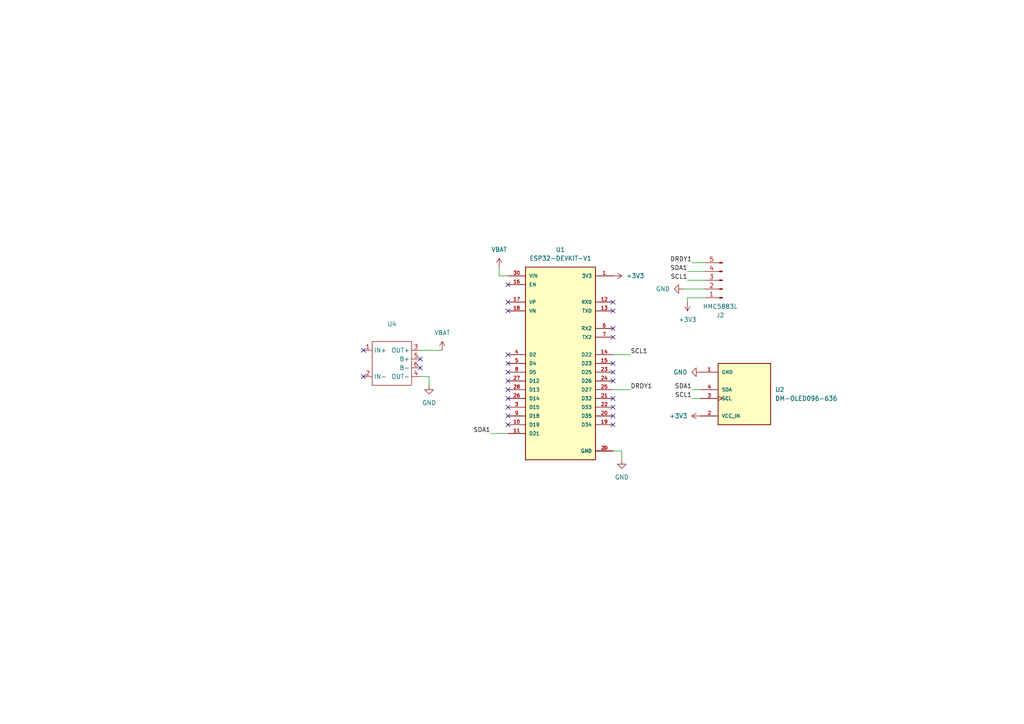
<source format=kicad_sch>
(kicad_sch
	(version 20250114)
	(generator "eeschema")
	(generator_version "9.0")
	(uuid "58071066-7e34-4231-91e0-fed5eefe7fd9")
	(paper "A4")
	(lib_symbols
		(symbol "Connector:Conn_01x05_Pin"
			(pin_names
				(offset 1.016)
				(hide yes)
			)
			(exclude_from_sim no)
			(in_bom yes)
			(on_board yes)
			(property "Reference" "J"
				(at 0 7.62 0)
				(effects
					(font
						(size 1.27 1.27)
					)
				)
			)
			(property "Value" "Conn_01x05_Pin"
				(at 0 -7.62 0)
				(effects
					(font
						(size 1.27 1.27)
					)
				)
			)
			(property "Footprint" ""
				(at 0 0 0)
				(effects
					(font
						(size 1.27 1.27)
					)
					(hide yes)
				)
			)
			(property "Datasheet" "~"
				(at 0 0 0)
				(effects
					(font
						(size 1.27 1.27)
					)
					(hide yes)
				)
			)
			(property "Description" "Generic connector, single row, 01x05, script generated"
				(at 0 0 0)
				(effects
					(font
						(size 1.27 1.27)
					)
					(hide yes)
				)
			)
			(property "ki_locked" ""
				(at 0 0 0)
				(effects
					(font
						(size 1.27 1.27)
					)
				)
			)
			(property "ki_keywords" "connector"
				(at 0 0 0)
				(effects
					(font
						(size 1.27 1.27)
					)
					(hide yes)
				)
			)
			(property "ki_fp_filters" "Connector*:*_1x??_*"
				(at 0 0 0)
				(effects
					(font
						(size 1.27 1.27)
					)
					(hide yes)
				)
			)
			(symbol "Conn_01x05_Pin_1_1"
				(rectangle
					(start 0.8636 5.207)
					(end 0 4.953)
					(stroke
						(width 0.1524)
						(type default)
					)
					(fill
						(type outline)
					)
				)
				(rectangle
					(start 0.8636 2.667)
					(end 0 2.413)
					(stroke
						(width 0.1524)
						(type default)
					)
					(fill
						(type outline)
					)
				)
				(rectangle
					(start 0.8636 0.127)
					(end 0 -0.127)
					(stroke
						(width 0.1524)
						(type default)
					)
					(fill
						(type outline)
					)
				)
				(rectangle
					(start 0.8636 -2.413)
					(end 0 -2.667)
					(stroke
						(width 0.1524)
						(type default)
					)
					(fill
						(type outline)
					)
				)
				(rectangle
					(start 0.8636 -4.953)
					(end 0 -5.207)
					(stroke
						(width 0.1524)
						(type default)
					)
					(fill
						(type outline)
					)
				)
				(polyline
					(pts
						(xy 1.27 5.08) (xy 0.8636 5.08)
					)
					(stroke
						(width 0.1524)
						(type default)
					)
					(fill
						(type none)
					)
				)
				(polyline
					(pts
						(xy 1.27 2.54) (xy 0.8636 2.54)
					)
					(stroke
						(width 0.1524)
						(type default)
					)
					(fill
						(type none)
					)
				)
				(polyline
					(pts
						(xy 1.27 0) (xy 0.8636 0)
					)
					(stroke
						(width 0.1524)
						(type default)
					)
					(fill
						(type none)
					)
				)
				(polyline
					(pts
						(xy 1.27 -2.54) (xy 0.8636 -2.54)
					)
					(stroke
						(width 0.1524)
						(type default)
					)
					(fill
						(type none)
					)
				)
				(polyline
					(pts
						(xy 1.27 -5.08) (xy 0.8636 -5.08)
					)
					(stroke
						(width 0.1524)
						(type default)
					)
					(fill
						(type none)
					)
				)
				(pin passive line
					(at 5.08 5.08 180)
					(length 3.81)
					(name "Pin_1"
						(effects
							(font
								(size 1.27 1.27)
							)
						)
					)
					(number "1"
						(effects
							(font
								(size 1.27 1.27)
							)
						)
					)
				)
				(pin passive line
					(at 5.08 2.54 180)
					(length 3.81)
					(name "Pin_2"
						(effects
							(font
								(size 1.27 1.27)
							)
						)
					)
					(number "2"
						(effects
							(font
								(size 1.27 1.27)
							)
						)
					)
				)
				(pin passive line
					(at 5.08 0 180)
					(length 3.81)
					(name "Pin_3"
						(effects
							(font
								(size 1.27 1.27)
							)
						)
					)
					(number "3"
						(effects
							(font
								(size 1.27 1.27)
							)
						)
					)
				)
				(pin passive line
					(at 5.08 -2.54 180)
					(length 3.81)
					(name "Pin_4"
						(effects
							(font
								(size 1.27 1.27)
							)
						)
					)
					(number "4"
						(effects
							(font
								(size 1.27 1.27)
							)
						)
					)
				)
				(pin passive line
					(at 5.08 -5.08 180)
					(length 3.81)
					(name "Pin_5"
						(effects
							(font
								(size 1.27 1.27)
							)
						)
					)
					(number "5"
						(effects
							(font
								(size 1.27 1.27)
							)
						)
					)
				)
			)
			(embedded_fonts no)
		)
		(symbol "OLED 128*64:DM-OLED096-636"
			(pin_names
				(offset 1.016)
			)
			(exclude_from_sim no)
			(in_bom yes)
			(on_board yes)
			(property "Reference" "U"
				(at -7.62 10.922 0)
				(effects
					(font
						(size 1.27 1.27)
					)
					(justify left bottom)
				)
			)
			(property "Value" "DM-OLED096-636"
				(at -7.62 -10.16 0)
				(effects
					(font
						(size 1.27 1.27)
					)
					(justify left bottom)
				)
			)
			(property "Footprint" "DM-OLED096-636:MODULE_DM-OLED096-636"
				(at 0 0 0)
				(effects
					(font
						(size 1.27 1.27)
					)
					(justify bottom)
					(hide yes)
				)
			)
			(property "Datasheet" ""
				(at 0 0 0)
				(effects
					(font
						(size 1.27 1.27)
					)
					(hide yes)
				)
			)
			(property "Description" ""
				(at 0 0 0)
				(effects
					(font
						(size 1.27 1.27)
					)
					(hide yes)
				)
			)
			(property "MF" "Display Module"
				(at 0 0 0)
				(effects
					(font
						(size 1.27 1.27)
					)
					(justify bottom)
					(hide yes)
				)
			)
			(property "MAXIMUM_PACKAGE_HEIGHT" "11.3 mm"
				(at 0 0 0)
				(effects
					(font
						(size 1.27 1.27)
					)
					(justify bottom)
					(hide yes)
				)
			)
			(property "Package" "Package"
				(at 0 0 0)
				(effects
					(font
						(size 1.27 1.27)
					)
					(justify bottom)
					(hide yes)
				)
			)
			(property "Price" "None"
				(at 0 0 0)
				(effects
					(font
						(size 1.27 1.27)
					)
					(justify bottom)
					(hide yes)
				)
			)
			(property "Check_prices" "https://www.snapeda.com/parts/DM-OLED096-636/Display+Module/view-part/?ref=eda"
				(at 0 0 0)
				(effects
					(font
						(size 1.27 1.27)
					)
					(justify bottom)
					(hide yes)
				)
			)
			(property "STANDARD" "Manufacturer Recommendations"
				(at 0 0 0)
				(effects
					(font
						(size 1.27 1.27)
					)
					(justify bottom)
					(hide yes)
				)
			)
			(property "PARTREV" "2018-09-10"
				(at 0 0 0)
				(effects
					(font
						(size 1.27 1.27)
					)
					(justify bottom)
					(hide yes)
				)
			)
			(property "SnapEDA_Link" "https://www.snapeda.com/parts/DM-OLED096-636/Display+Module/view-part/?ref=snap"
				(at 0 0 0)
				(effects
					(font
						(size 1.27 1.27)
					)
					(justify bottom)
					(hide yes)
				)
			)
			(property "MP" "DM-OLED096-636"
				(at 0 0 0)
				(effects
					(font
						(size 1.27 1.27)
					)
					(justify bottom)
					(hide yes)
				)
			)
			(property "Description_1" "0.96” 128 X 64 MONOCHROME GRAPHIC OLED DISPLAY MODULE - I2C"
				(at 0 0 0)
				(effects
					(font
						(size 1.27 1.27)
					)
					(justify bottom)
					(hide yes)
				)
			)
			(property "Availability" "Not in stock"
				(at 0 0 0)
				(effects
					(font
						(size 1.27 1.27)
					)
					(justify bottom)
					(hide yes)
				)
			)
			(property "MANUFACTURER" "Displaymodule"
				(at 0 0 0)
				(effects
					(font
						(size 1.27 1.27)
					)
					(justify bottom)
					(hide yes)
				)
			)
			(symbol "DM-OLED096-636_0_0"
				(rectangle
					(start -7.62 -7.62)
					(end 7.62 10.16)
					(stroke
						(width 0.254)
						(type default)
					)
					(fill
						(type background)
					)
				)
				(pin power_in line
					(at 12.7 7.62 180)
					(length 5.08)
					(name "VCC_IN"
						(effects
							(font
								(size 1.016 1.016)
							)
						)
					)
					(number "2"
						(effects
							(font
								(size 1.016 1.016)
							)
						)
					)
				)
				(pin input clock
					(at 12.7 2.54 180)
					(length 5.08)
					(name "SCL"
						(effects
							(font
								(size 1.016 1.016)
							)
						)
					)
					(number "3"
						(effects
							(font
								(size 1.016 1.016)
							)
						)
					)
				)
				(pin bidirectional line
					(at 12.7 0 180)
					(length 5.08)
					(name "SDA"
						(effects
							(font
								(size 1.016 1.016)
							)
						)
					)
					(number "4"
						(effects
							(font
								(size 1.016 1.016)
							)
						)
					)
				)
				(pin power_in line
					(at 12.7 -5.08 180)
					(length 5.08)
					(name "GND"
						(effects
							(font
								(size 1.016 1.016)
							)
						)
					)
					(number "1"
						(effects
							(font
								(size 1.016 1.016)
							)
						)
					)
				)
			)
			(embedded_fonts no)
		)
		(symbol "TP4056:TP4056"
			(exclude_from_sim no)
			(in_bom yes)
			(on_board yes)
			(property "Reference" "U"
				(at 0 0 0)
				(effects
					(font
						(size 1.27 1.27)
					)
				)
			)
			(property "Value" "TP4056 Li-Ion Charger"
				(at 0 0 0)
				(effects
					(font
						(size 1.27 1.27)
					)
				)
			)
			(property "Footprint" "TP4056:TP4056-Module"
				(at 0 0 0)
				(effects
					(font
						(size 1.27 1.27)
					)
					(hide yes)
				)
			)
			(property "Datasheet" ""
				(at 0 0 0)
				(effects
					(font
						(size 1.27 1.27)
					)
					(hide yes)
				)
			)
			(property "Description" ""
				(at 0 0 0)
				(effects
					(font
						(size 1.27 1.27)
					)
					(hide yes)
				)
			)
			(property "ki_keywords" "TP4056, Li-Ion, Battery, Charger"
				(at 0 0 0)
				(effects
					(font
						(size 1.27 1.27)
					)
					(hide yes)
				)
			)
			(symbol "TP4056_0_1"
				(rectangle
					(start 0 0)
					(end 11.43 -12.7)
					(stroke
						(width 0)
						(type default)
					)
					(fill
						(type none)
					)
				)
			)
			(symbol "TP4056_1_1"
				(pin input line
					(at -2.54 -2.54 0)
					(length 2.54)
					(name "IN+"
						(effects
							(font
								(size 1.27 1.27)
							)
						)
					)
					(number "1"
						(effects
							(font
								(size 1.27 1.27)
							)
						)
					)
				)
				(pin input line
					(at -2.54 -10.16 0)
					(length 2.54)
					(name "IN-"
						(effects
							(font
								(size 1.27 1.27)
							)
						)
					)
					(number "2"
						(effects
							(font
								(size 1.27 1.27)
							)
						)
					)
				)
				(pin power_out line
					(at 13.97 -2.54 180)
					(length 2.54)
					(name "OUT+"
						(effects
							(font
								(size 1.27 1.27)
							)
						)
					)
					(number "3"
						(effects
							(font
								(size 1.27 1.27)
							)
						)
					)
				)
				(pin bidirectional line
					(at 13.97 -5.08 180)
					(length 2.54)
					(name "B+"
						(effects
							(font
								(size 1.27 1.27)
							)
						)
					)
					(number "5"
						(effects
							(font
								(size 1.27 1.27)
							)
						)
					)
				)
				(pin bidirectional line
					(at 13.97 -7.62 180)
					(length 2.54)
					(name "B-"
						(effects
							(font
								(size 1.27 1.27)
							)
						)
					)
					(number "6"
						(effects
							(font
								(size 1.27 1.27)
							)
						)
					)
				)
				(pin power_out line
					(at 13.97 -10.16 180)
					(length 2.54)
					(name "OUT-"
						(effects
							(font
								(size 1.27 1.27)
							)
						)
					)
					(number "4"
						(effects
							(font
								(size 1.27 1.27)
							)
						)
					)
				)
			)
			(embedded_fonts no)
		)
		(symbol "esp32 devkit v1:ESP32-DEVKIT-V1"
			(pin_names
				(offset 1.016)
			)
			(exclude_from_sim no)
			(in_bom yes)
			(on_board yes)
			(property "Reference" "U"
				(at -10.16 30.48 0)
				(effects
					(font
						(size 1.27 1.27)
					)
					(justify left top)
				)
			)
			(property "Value" "ESP32-DEVKIT-V1"
				(at -10.16 -30.48 0)
				(effects
					(font
						(size 1.27 1.27)
					)
					(justify left bottom)
				)
			)
			(property "Footprint" "ESP32-DEVKIT-V1:MODULE_ESP32_DEVKIT_V1"
				(at 0 0 0)
				(effects
					(font
						(size 1.27 1.27)
					)
					(justify bottom)
					(hide yes)
				)
			)
			(property "Datasheet" ""
				(at 0 0 0)
				(effects
					(font
						(size 1.27 1.27)
					)
					(hide yes)
				)
			)
			(property "Description" ""
				(at 0 0 0)
				(effects
					(font
						(size 1.27 1.27)
					)
					(hide yes)
				)
			)
			(property "MF" "Do it"
				(at 0 0 0)
				(effects
					(font
						(size 1.27 1.27)
					)
					(justify bottom)
					(hide yes)
				)
			)
			(property "MAXIMUM_PACKAGE_HEIGHT" "6.8 mm"
				(at 0 0 0)
				(effects
					(font
						(size 1.27 1.27)
					)
					(justify bottom)
					(hide yes)
				)
			)
			(property "Package" "None"
				(at 0 0 0)
				(effects
					(font
						(size 1.27 1.27)
					)
					(justify bottom)
					(hide yes)
				)
			)
			(property "Price" "None"
				(at 0 0 0)
				(effects
					(font
						(size 1.27 1.27)
					)
					(justify bottom)
					(hide yes)
				)
			)
			(property "Check_prices" "https://www.snapeda.com/parts/ESP32-DEVKIT-V1/Do+it/view-part/?ref=eda"
				(at 0 0 0)
				(effects
					(font
						(size 1.27 1.27)
					)
					(justify bottom)
					(hide yes)
				)
			)
			(property "STANDARD" "Manufacturer Recommendations"
				(at 0 0 0)
				(effects
					(font
						(size 1.27 1.27)
					)
					(justify bottom)
					(hide yes)
				)
			)
			(property "PARTREV" "N/A"
				(at 0 0 0)
				(effects
					(font
						(size 1.27 1.27)
					)
					(justify bottom)
					(hide yes)
				)
			)
			(property "SnapEDA_Link" "https://www.snapeda.com/parts/ESP32-DEVKIT-V1/Do+it/view-part/?ref=snap"
				(at 0 0 0)
				(effects
					(font
						(size 1.27 1.27)
					)
					(justify bottom)
					(hide yes)
				)
			)
			(property "MP" "ESP32-DEVKIT-V1"
				(at 0 0 0)
				(effects
					(font
						(size 1.27 1.27)
					)
					(justify bottom)
					(hide yes)
				)
			)
			(property "Description_1" "Dual core, Wi-Fi: 2.4 GHz up to 150 Mbits/s,BLE (Bluetooth Low Energy) and legacy Bluetooth, 32 bits, Up to 240 MHz"
				(at 0 0 0)
				(effects
					(font
						(size 1.27 1.27)
					)
					(justify bottom)
					(hide yes)
				)
			)
			(property "Availability" "Not in stock"
				(at 0 0 0)
				(effects
					(font
						(size 1.27 1.27)
					)
					(justify bottom)
					(hide yes)
				)
			)
			(property "MANUFACTURER" "DOIT"
				(at 0 0 0)
				(effects
					(font
						(size 1.27 1.27)
					)
					(justify bottom)
					(hide yes)
				)
			)
			(symbol "ESP32-DEVKIT-V1_0_0"
				(rectangle
					(start -10.16 -27.94)
					(end 10.16 27.94)
					(stroke
						(width 0.254)
						(type default)
					)
					(fill
						(type background)
					)
				)
				(pin input line
					(at -15.24 25.4 0)
					(length 5.08)
					(name "VIN"
						(effects
							(font
								(size 1.016 1.016)
							)
						)
					)
					(number "30"
						(effects
							(font
								(size 1.016 1.016)
							)
						)
					)
				)
				(pin input line
					(at -15.24 22.86 0)
					(length 5.08)
					(name "EN"
						(effects
							(font
								(size 1.016 1.016)
							)
						)
					)
					(number "16"
						(effects
							(font
								(size 1.016 1.016)
							)
						)
					)
				)
				(pin bidirectional line
					(at -15.24 17.78 0)
					(length 5.08)
					(name "VP"
						(effects
							(font
								(size 1.016 1.016)
							)
						)
					)
					(number "17"
						(effects
							(font
								(size 1.016 1.016)
							)
						)
					)
				)
				(pin bidirectional line
					(at -15.24 15.24 0)
					(length 5.08)
					(name "VN"
						(effects
							(font
								(size 1.016 1.016)
							)
						)
					)
					(number "18"
						(effects
							(font
								(size 1.016 1.016)
							)
						)
					)
				)
				(pin bidirectional line
					(at -15.24 2.54 0)
					(length 5.08)
					(name "D2"
						(effects
							(font
								(size 1.016 1.016)
							)
						)
					)
					(number "4"
						(effects
							(font
								(size 1.016 1.016)
							)
						)
					)
				)
				(pin bidirectional line
					(at -15.24 0 0)
					(length 5.08)
					(name "D4"
						(effects
							(font
								(size 1.016 1.016)
							)
						)
					)
					(number "5"
						(effects
							(font
								(size 1.016 1.016)
							)
						)
					)
				)
				(pin bidirectional line
					(at -15.24 -2.54 0)
					(length 5.08)
					(name "D5"
						(effects
							(font
								(size 1.016 1.016)
							)
						)
					)
					(number "8"
						(effects
							(font
								(size 1.016 1.016)
							)
						)
					)
				)
				(pin bidirectional line
					(at -15.24 -5.08 0)
					(length 5.08)
					(name "D12"
						(effects
							(font
								(size 1.016 1.016)
							)
						)
					)
					(number "27"
						(effects
							(font
								(size 1.016 1.016)
							)
						)
					)
				)
				(pin bidirectional line
					(at -15.24 -7.62 0)
					(length 5.08)
					(name "D13"
						(effects
							(font
								(size 1.016 1.016)
							)
						)
					)
					(number "28"
						(effects
							(font
								(size 1.016 1.016)
							)
						)
					)
				)
				(pin bidirectional line
					(at -15.24 -10.16 0)
					(length 5.08)
					(name "D14"
						(effects
							(font
								(size 1.016 1.016)
							)
						)
					)
					(number "26"
						(effects
							(font
								(size 1.016 1.016)
							)
						)
					)
				)
				(pin bidirectional line
					(at -15.24 -12.7 0)
					(length 5.08)
					(name "D15"
						(effects
							(font
								(size 1.016 1.016)
							)
						)
					)
					(number "3"
						(effects
							(font
								(size 1.016 1.016)
							)
						)
					)
				)
				(pin bidirectional line
					(at -15.24 -15.24 0)
					(length 5.08)
					(name "D18"
						(effects
							(font
								(size 1.016 1.016)
							)
						)
					)
					(number "9"
						(effects
							(font
								(size 1.016 1.016)
							)
						)
					)
				)
				(pin bidirectional line
					(at -15.24 -17.78 0)
					(length 5.08)
					(name "D19"
						(effects
							(font
								(size 1.016 1.016)
							)
						)
					)
					(number "10"
						(effects
							(font
								(size 1.016 1.016)
							)
						)
					)
				)
				(pin bidirectional line
					(at -15.24 -20.32 0)
					(length 5.08)
					(name "D21"
						(effects
							(font
								(size 1.016 1.016)
							)
						)
					)
					(number "11"
						(effects
							(font
								(size 1.016 1.016)
							)
						)
					)
				)
				(pin input line
					(at 15.24 17.78 180)
					(length 5.08)
					(name "RX0"
						(effects
							(font
								(size 1.016 1.016)
							)
						)
					)
					(number "12"
						(effects
							(font
								(size 1.016 1.016)
							)
						)
					)
				)
				(pin output line
					(at 15.24 15.24 180)
					(length 5.08)
					(name "TX0"
						(effects
							(font
								(size 1.016 1.016)
							)
						)
					)
					(number "13"
						(effects
							(font
								(size 1.016 1.016)
							)
						)
					)
				)
				(pin input line
					(at 15.24 10.16 180)
					(length 5.08)
					(name "RX2"
						(effects
							(font
								(size 1.016 1.016)
							)
						)
					)
					(number "6"
						(effects
							(font
								(size 1.016 1.016)
							)
						)
					)
				)
				(pin output line
					(at 15.24 7.62 180)
					(length 5.08)
					(name "TX2"
						(effects
							(font
								(size 1.016 1.016)
							)
						)
					)
					(number "7"
						(effects
							(font
								(size 1.016 1.016)
							)
						)
					)
				)
				(pin bidirectional line
					(at 15.24 2.54 180)
					(length 5.08)
					(name "D22"
						(effects
							(font
								(size 1.016 1.016)
							)
						)
					)
					(number "14"
						(effects
							(font
								(size 1.016 1.016)
							)
						)
					)
				)
				(pin bidirectional line
					(at 15.24 0 180)
					(length 5.08)
					(name "D23"
						(effects
							(font
								(size 1.016 1.016)
							)
						)
					)
					(number "15"
						(effects
							(font
								(size 1.016 1.016)
							)
						)
					)
				)
				(pin bidirectional line
					(at 15.24 -2.54 180)
					(length 5.08)
					(name "D25"
						(effects
							(font
								(size 1.016 1.016)
							)
						)
					)
					(number "23"
						(effects
							(font
								(size 1.016 1.016)
							)
						)
					)
				)
				(pin bidirectional line
					(at 15.24 -5.08 180)
					(length 5.08)
					(name "D26"
						(effects
							(font
								(size 1.016 1.016)
							)
						)
					)
					(number "24"
						(effects
							(font
								(size 1.016 1.016)
							)
						)
					)
				)
				(pin bidirectional line
					(at 15.24 -7.62 180)
					(length 5.08)
					(name "D27"
						(effects
							(font
								(size 1.016 1.016)
							)
						)
					)
					(number "25"
						(effects
							(font
								(size 1.016 1.016)
							)
						)
					)
				)
				(pin bidirectional line
					(at 15.24 -10.16 180)
					(length 5.08)
					(name "D32"
						(effects
							(font
								(size 1.016 1.016)
							)
						)
					)
					(number "21"
						(effects
							(font
								(size 1.016 1.016)
							)
						)
					)
				)
				(pin bidirectional line
					(at 15.24 -12.7 180)
					(length 5.08)
					(name "D33"
						(effects
							(font
								(size 1.016 1.016)
							)
						)
					)
					(number "22"
						(effects
							(font
								(size 1.016 1.016)
							)
						)
					)
				)
				(pin bidirectional line
					(at 15.24 -15.24 180)
					(length 5.08)
					(name "D35"
						(effects
							(font
								(size 1.016 1.016)
							)
						)
					)
					(number "20"
						(effects
							(font
								(size 1.016 1.016)
							)
						)
					)
				)
				(pin bidirectional line
					(at 15.24 -17.78 180)
					(length 5.08)
					(name "D34"
						(effects
							(font
								(size 1.016 1.016)
							)
						)
					)
					(number "19"
						(effects
							(font
								(size 1.016 1.016)
							)
						)
					)
				)
				(pin power_in line
					(at 15.24 -25.4 180)
					(length 5.08)
					(name "GND"
						(effects
							(font
								(size 1.016 1.016)
							)
						)
					)
					(number "2"
						(effects
							(font
								(size 1.016 1.016)
							)
						)
					)
				)
				(pin power_in line
					(at 15.24 -25.4 180)
					(length 5.08)
					(name "GND"
						(effects
							(font
								(size 1.016 1.016)
							)
						)
					)
					(number "29"
						(effects
							(font
								(size 1.016 1.016)
							)
						)
					)
				)
			)
			(symbol "ESP32-DEVKIT-V1_1_0"
				(pin power_out line
					(at 15.24 25.4 180)
					(length 5.08)
					(name "3V3"
						(effects
							(font
								(size 1.016 1.016)
							)
						)
					)
					(number "1"
						(effects
							(font
								(size 1.016 1.016)
							)
						)
					)
				)
			)
			(embedded_fonts no)
		)
		(symbol "power:+3V3"
			(power)
			(pin_numbers
				(hide yes)
			)
			(pin_names
				(offset 0)
				(hide yes)
			)
			(exclude_from_sim no)
			(in_bom yes)
			(on_board yes)
			(property "Reference" "#PWR"
				(at 0 -3.81 0)
				(effects
					(font
						(size 1.27 1.27)
					)
					(hide yes)
				)
			)
			(property "Value" "+3V3"
				(at 0 3.556 0)
				(effects
					(font
						(size 1.27 1.27)
					)
				)
			)
			(property "Footprint" ""
				(at 0 0 0)
				(effects
					(font
						(size 1.27 1.27)
					)
					(hide yes)
				)
			)
			(property "Datasheet" ""
				(at 0 0 0)
				(effects
					(font
						(size 1.27 1.27)
					)
					(hide yes)
				)
			)
			(property "Description" "Power symbol creates a global label with name \"+3V3\""
				(at 0 0 0)
				(effects
					(font
						(size 1.27 1.27)
					)
					(hide yes)
				)
			)
			(property "ki_keywords" "global power"
				(at 0 0 0)
				(effects
					(font
						(size 1.27 1.27)
					)
					(hide yes)
				)
			)
			(symbol "+3V3_0_1"
				(polyline
					(pts
						(xy -0.762 1.27) (xy 0 2.54)
					)
					(stroke
						(width 0)
						(type default)
					)
					(fill
						(type none)
					)
				)
				(polyline
					(pts
						(xy 0 2.54) (xy 0.762 1.27)
					)
					(stroke
						(width 0)
						(type default)
					)
					(fill
						(type none)
					)
				)
				(polyline
					(pts
						(xy 0 0) (xy 0 2.54)
					)
					(stroke
						(width 0)
						(type default)
					)
					(fill
						(type none)
					)
				)
			)
			(symbol "+3V3_1_1"
				(pin power_in line
					(at 0 0 90)
					(length 0)
					(name "~"
						(effects
							(font
								(size 1.27 1.27)
							)
						)
					)
					(number "1"
						(effects
							(font
								(size 1.27 1.27)
							)
						)
					)
				)
			)
			(embedded_fonts no)
		)
		(symbol "power:+4V"
			(power)
			(pin_numbers
				(hide yes)
			)
			(pin_names
				(offset 0)
				(hide yes)
			)
			(exclude_from_sim no)
			(in_bom yes)
			(on_board yes)
			(property "Reference" "#PWR"
				(at 0 -3.81 0)
				(effects
					(font
						(size 1.27 1.27)
					)
					(hide yes)
				)
			)
			(property "Value" "+4V"
				(at 0 3.556 0)
				(effects
					(font
						(size 1.27 1.27)
					)
				)
			)
			(property "Footprint" ""
				(at 0 0 0)
				(effects
					(font
						(size 1.27 1.27)
					)
					(hide yes)
				)
			)
			(property "Datasheet" ""
				(at 0 0 0)
				(effects
					(font
						(size 1.27 1.27)
					)
					(hide yes)
				)
			)
			(property "Description" "Power symbol creates a global label with name \"+4V\""
				(at 0 0 0)
				(effects
					(font
						(size 1.27 1.27)
					)
					(hide yes)
				)
			)
			(property "ki_keywords" "global power"
				(at 0 0 0)
				(effects
					(font
						(size 1.27 1.27)
					)
					(hide yes)
				)
			)
			(symbol "+4V_0_1"
				(polyline
					(pts
						(xy -0.762 1.27) (xy 0 2.54)
					)
					(stroke
						(width 0)
						(type default)
					)
					(fill
						(type none)
					)
				)
				(polyline
					(pts
						(xy 0 2.54) (xy 0.762 1.27)
					)
					(stroke
						(width 0)
						(type default)
					)
					(fill
						(type none)
					)
				)
				(polyline
					(pts
						(xy 0 0) (xy 0 2.54)
					)
					(stroke
						(width 0)
						(type default)
					)
					(fill
						(type none)
					)
				)
			)
			(symbol "+4V_1_1"
				(pin power_in line
					(at 0 0 90)
					(length 0)
					(name "~"
						(effects
							(font
								(size 1.27 1.27)
							)
						)
					)
					(number "1"
						(effects
							(font
								(size 1.27 1.27)
							)
						)
					)
				)
			)
			(embedded_fonts no)
		)
		(symbol "power:GND"
			(power)
			(pin_numbers
				(hide yes)
			)
			(pin_names
				(offset 0)
				(hide yes)
			)
			(exclude_from_sim no)
			(in_bom yes)
			(on_board yes)
			(property "Reference" "#PWR"
				(at 0 -6.35 0)
				(effects
					(font
						(size 1.27 1.27)
					)
					(hide yes)
				)
			)
			(property "Value" "GND"
				(at 0 -3.81 0)
				(effects
					(font
						(size 1.27 1.27)
					)
				)
			)
			(property "Footprint" ""
				(at 0 0 0)
				(effects
					(font
						(size 1.27 1.27)
					)
					(hide yes)
				)
			)
			(property "Datasheet" ""
				(at 0 0 0)
				(effects
					(font
						(size 1.27 1.27)
					)
					(hide yes)
				)
			)
			(property "Description" "Power symbol creates a global label with name \"GND\" , ground"
				(at 0 0 0)
				(effects
					(font
						(size 1.27 1.27)
					)
					(hide yes)
				)
			)
			(property "ki_keywords" "global power"
				(at 0 0 0)
				(effects
					(font
						(size 1.27 1.27)
					)
					(hide yes)
				)
			)
			(symbol "GND_0_1"
				(polyline
					(pts
						(xy 0 0) (xy 0 -1.27) (xy 1.27 -1.27) (xy 0 -2.54) (xy -1.27 -1.27) (xy 0 -1.27)
					)
					(stroke
						(width 0)
						(type default)
					)
					(fill
						(type none)
					)
				)
			)
			(symbol "GND_1_1"
				(pin power_in line
					(at 0 0 270)
					(length 0)
					(name "~"
						(effects
							(font
								(size 1.27 1.27)
							)
						)
					)
					(number "1"
						(effects
							(font
								(size 1.27 1.27)
							)
						)
					)
				)
			)
			(embedded_fonts no)
		)
	)
	(no_connect
		(at 147.32 107.95)
		(uuid "06b55234-3a8d-4d4b-a48e-60121d15fa37")
	)
	(no_connect
		(at 177.8 97.79)
		(uuid "0c9d9f3c-e05e-4ef4-8be3-3a32c5e8674d")
	)
	(no_connect
		(at 177.8 105.41)
		(uuid "114b16fe-32d0-4ece-84f0-47b2641b6cc6")
	)
	(no_connect
		(at 147.32 115.57)
		(uuid "231e9d9f-4e2c-49cf-a426-1cc996579b17")
	)
	(no_connect
		(at 177.8 107.95)
		(uuid "2414e919-6d19-4ade-bc1f-0ed9f0b2167e")
	)
	(no_connect
		(at 177.8 123.19)
		(uuid "265a1be1-8e16-4c7f-ba78-bc788c414660")
	)
	(no_connect
		(at 147.32 87.63)
		(uuid "2c090d06-eef5-410f-8c97-9d86969a436e")
	)
	(no_connect
		(at 147.32 90.17)
		(uuid "2f889c1b-f296-466e-821c-02a2a2cba155")
	)
	(no_connect
		(at 177.8 110.49)
		(uuid "32f09f67-b263-48ba-9db9-f68f8814c248")
	)
	(no_connect
		(at 147.32 82.55)
		(uuid "3c78d9e6-1e2b-43c9-a8a2-26111603afb7")
	)
	(no_connect
		(at 121.92 104.14)
		(uuid "4276eba6-4437-4f4c-977f-09e318f41847")
	)
	(no_connect
		(at 177.8 87.63)
		(uuid "549c814f-2830-4fc4-be55-cdb26cef268a")
	)
	(no_connect
		(at 147.32 110.49)
		(uuid "5ab30279-f24d-4d96-97eb-d7f7fb001520")
	)
	(no_connect
		(at 105.41 101.6)
		(uuid "65d068f2-4fbb-48e0-bf28-d0479ac943ca")
	)
	(no_connect
		(at 177.8 95.25)
		(uuid "667c7590-10f4-4e7d-aa60-c9e14a7809a2")
	)
	(no_connect
		(at 147.32 118.11)
		(uuid "74b9b74b-de8f-4bf3-8add-843cb7fe4669")
	)
	(no_connect
		(at 105.41 109.22)
		(uuid "774cd526-1979-4697-a9c0-41d7642502fb")
	)
	(no_connect
		(at 147.32 102.87)
		(uuid "793fb074-ee98-454c-9cad-acd36067a53c")
	)
	(no_connect
		(at 177.8 118.11)
		(uuid "9bd1e47a-afcd-445f-8f33-2c831ad47632")
	)
	(no_connect
		(at 147.32 123.19)
		(uuid "9ee2838d-2ce7-43e1-a0bd-7ff6cd71109b")
	)
	(no_connect
		(at 177.8 120.65)
		(uuid "b4992b4d-5734-4e1a-b117-6918e8b7f2ab")
	)
	(no_connect
		(at 147.32 113.03)
		(uuid "c16553a8-725d-4bf1-a757-34f709c4aa17")
	)
	(no_connect
		(at 147.32 120.65)
		(uuid "c2d40321-14b1-42f9-99b8-7fa108c43142")
	)
	(no_connect
		(at 147.32 105.41)
		(uuid "c3879f2a-43fb-4e32-9162-b060e26eaa7a")
	)
	(no_connect
		(at 177.8 115.57)
		(uuid "cb0f9b0a-b567-4fae-824f-15892f8a7436")
	)
	(no_connect
		(at 121.92 106.68)
		(uuid "d70099c3-571e-44fe-94b0-faf7cbffa7c9")
	)
	(no_connect
		(at 177.8 90.17)
		(uuid "ecb2117c-7404-4470-b20c-ca9728c4cdc6")
	)
	(wire
		(pts
			(xy 144.78 77.47) (xy 144.78 80.01)
		)
		(stroke
			(width 0)
			(type default)
		)
		(uuid "0abe8c0e-89aa-4ab6-b527-1d6581d21944")
	)
	(wire
		(pts
			(xy 121.92 109.22) (xy 124.46 109.22)
		)
		(stroke
			(width 0)
			(type default)
		)
		(uuid "48db9b3b-9a2d-4c61-85f4-8c02a241b1cc")
	)
	(wire
		(pts
			(xy 200.66 115.57) (xy 203.2 115.57)
		)
		(stroke
			(width 0)
			(type default)
		)
		(uuid "4bd3daf6-5301-4de9-bb43-d306dbe44c89")
	)
	(wire
		(pts
			(xy 180.34 133.35) (xy 180.34 130.81)
		)
		(stroke
			(width 0)
			(type default)
		)
		(uuid "64cf256e-d9d3-4aa6-8a19-398fbeaac9c6")
	)
	(wire
		(pts
			(xy 203.2 113.03) (xy 200.66 113.03)
		)
		(stroke
			(width 0)
			(type default)
		)
		(uuid "654007f6-b361-4ecf-8df7-32de9cd72e90")
	)
	(wire
		(pts
			(xy 200.66 76.2) (xy 204.47 76.2)
		)
		(stroke
			(width 0)
			(type default)
		)
		(uuid "6c13873d-70d6-44e4-9aaf-b261a51d1816")
	)
	(wire
		(pts
			(xy 204.47 78.74) (xy 199.39 78.74)
		)
		(stroke
			(width 0)
			(type default)
		)
		(uuid "72a81248-f27d-4f7d-aa13-299eb074a1a1")
	)
	(wire
		(pts
			(xy 199.39 86.36) (xy 204.47 86.36)
		)
		(stroke
			(width 0)
			(type default)
		)
		(uuid "8152c213-94ee-4718-ac4b-831d66471f2c")
	)
	(wire
		(pts
			(xy 142.24 125.73) (xy 147.32 125.73)
		)
		(stroke
			(width 0)
			(type default)
		)
		(uuid "833ed24b-813e-457f-af1c-5b01e4da6a2b")
	)
	(wire
		(pts
			(xy 144.78 80.01) (xy 147.32 80.01)
		)
		(stroke
			(width 0)
			(type default)
		)
		(uuid "9cd5840d-90a5-42a9-8758-4a9d896c04bd")
	)
	(wire
		(pts
			(xy 199.39 87.63) (xy 199.39 86.36)
		)
		(stroke
			(width 0)
			(type default)
		)
		(uuid "c04c68f3-7ccd-4e2c-9f3c-9ec70d0f973d")
	)
	(wire
		(pts
			(xy 124.46 109.22) (xy 124.46 111.76)
		)
		(stroke
			(width 0)
			(type default)
		)
		(uuid "d393a710-fe7c-4be3-9c4a-2df5d3981561")
	)
	(wire
		(pts
			(xy 121.92 101.6) (xy 128.27 101.6)
		)
		(stroke
			(width 0)
			(type default)
		)
		(uuid "d76ac6a2-9b70-41ac-9683-bd2b16b12586")
	)
	(wire
		(pts
			(xy 177.8 113.03) (xy 182.88 113.03)
		)
		(stroke
			(width 0)
			(type default)
		)
		(uuid "da83f211-c9eb-477e-9dee-fc1d6084918e")
	)
	(wire
		(pts
			(xy 204.47 83.82) (xy 198.12 83.82)
		)
		(stroke
			(width 0)
			(type default)
		)
		(uuid "dc32260b-8941-437a-8442-14d830496370")
	)
	(wire
		(pts
			(xy 177.8 102.87) (xy 182.88 102.87)
		)
		(stroke
			(width 0)
			(type default)
		)
		(uuid "df63fa3e-9768-4f20-bf74-a4078f72d844")
	)
	(wire
		(pts
			(xy 177.8 130.81) (xy 180.34 130.81)
		)
		(stroke
			(width 0)
			(type default)
		)
		(uuid "ec16e219-acfc-4ca5-affd-ae059406328d")
	)
	(wire
		(pts
			(xy 204.47 81.28) (xy 199.39 81.28)
		)
		(stroke
			(width 0)
			(type default)
		)
		(uuid "f3ae918a-d5c3-42df-93c7-9a7c057989f6")
	)
	(label "SDA1"
		(at 200.66 113.03 180)
		(effects
			(font
				(size 1.27 1.27)
			)
			(justify right bottom)
		)
		(uuid "0035754b-8379-49fd-b7f6-4effe522ff59")
	)
	(label "DRDY1"
		(at 182.88 113.03 0)
		(effects
			(font
				(size 1.27 1.27)
			)
			(justify left bottom)
		)
		(uuid "0f71eb8d-49eb-47c3-a48a-e318ec297bb8")
	)
	(label "SCL1"
		(at 182.88 102.87 0)
		(effects
			(font
				(size 1.27 1.27)
			)
			(justify left bottom)
		)
		(uuid "36dd2186-f862-420a-8fb8-8134631fd121")
	)
	(label "SCL1"
		(at 200.66 115.57 180)
		(effects
			(font
				(size 1.27 1.27)
			)
			(justify right bottom)
		)
		(uuid "3f99382b-a496-4f96-8ba9-8ca64efbcdad")
	)
	(label "SDA1"
		(at 142.24 125.73 180)
		(effects
			(font
				(size 1.27 1.27)
			)
			(justify right bottom)
		)
		(uuid "75abfc97-c6ed-4424-8e79-85bbc22a0d20")
	)
	(label "SDA1"
		(at 199.39 78.74 180)
		(effects
			(font
				(size 1.27 1.27)
			)
			(justify right bottom)
		)
		(uuid "c2c30603-1965-4389-b465-c9353ec2a068")
	)
	(label "SCL1"
		(at 199.39 81.28 180)
		(effects
			(font
				(size 1.27 1.27)
			)
			(justify right bottom)
		)
		(uuid "d087f1c1-520f-4228-bbb3-f561cbeb6dc3")
	)
	(label "DRDY1"
		(at 200.66 76.2 180)
		(effects
			(font
				(size 1.27 1.27)
			)
			(justify right bottom)
		)
		(uuid "d46835ce-c19a-4ee6-b8b4-dd2f90cf3539")
	)
	(symbol
		(lib_id "OLED 128*64:DM-OLED096-636")
		(at 215.9 113.03 180)
		(unit 1)
		(exclude_from_sim no)
		(in_bom yes)
		(on_board yes)
		(dnp no)
		(fields_autoplaced yes)
		(uuid "0f5e6278-9646-4921-8afe-a09253c65bc7")
		(property "Reference" "U2"
			(at 224.79 113.0299 0)
			(effects
				(font
					(size 1.27 1.27)
				)
				(justify right)
			)
		)
		(property "Value" "DM-OLED096-636"
			(at 224.79 115.5699 0)
			(effects
				(font
					(size 1.27 1.27)
				)
				(justify right)
			)
		)
		(property "Footprint" "OLED 128*64:MODULE_DM-OLED096-636"
			(at 215.9 113.03 0)
			(effects
				(font
					(size 1.27 1.27)
				)
				(justify bottom)
				(hide yes)
			)
		)
		(property "Datasheet" ""
			(at 215.9 113.03 0)
			(effects
				(font
					(size 1.27 1.27)
				)
				(hide yes)
			)
		)
		(property "Description" ""
			(at 215.9 113.03 0)
			(effects
				(font
					(size 1.27 1.27)
				)
				(hide yes)
			)
		)
		(property "MF" "Display Module"
			(at 215.9 113.03 0)
			(effects
				(font
					(size 1.27 1.27)
				)
				(justify bottom)
				(hide yes)
			)
		)
		(property "MAXIMUM_PACKAGE_HEIGHT" "11.3 mm"
			(at 215.9 113.03 0)
			(effects
				(font
					(size 1.27 1.27)
				)
				(justify bottom)
				(hide yes)
			)
		)
		(property "Package" "Package"
			(at 215.9 113.03 0)
			(effects
				(font
					(size 1.27 1.27)
				)
				(justify bottom)
				(hide yes)
			)
		)
		(property "Price" "None"
			(at 215.9 113.03 0)
			(effects
				(font
					(size 1.27 1.27)
				)
				(justify bottom)
				(hide yes)
			)
		)
		(property "Check_prices" "https://www.snapeda.com/parts/DM-OLED096-636/Display+Module/view-part/?ref=eda"
			(at 215.9 113.03 0)
			(effects
				(font
					(size 1.27 1.27)
				)
				(justify bottom)
				(hide yes)
			)
		)
		(property "STANDARD" "Manufacturer Recommendations"
			(at 215.9 113.03 0)
			(effects
				(font
					(size 1.27 1.27)
				)
				(justify bottom)
				(hide yes)
			)
		)
		(property "PARTREV" "2018-09-10"
			(at 215.9 113.03 0)
			(effects
				(font
					(size 1.27 1.27)
				)
				(justify bottom)
				(hide yes)
			)
		)
		(property "SnapEDA_Link" "https://www.snapeda.com/parts/DM-OLED096-636/Display+Module/view-part/?ref=snap"
			(at 215.9 113.03 0)
			(effects
				(font
					(size 1.27 1.27)
				)
				(justify bottom)
				(hide yes)
			)
		)
		(property "MP" "DM-OLED096-636"
			(at 215.9 113.03 0)
			(effects
				(font
					(size 1.27 1.27)
				)
				(justify bottom)
				(hide yes)
			)
		)
		(property "Description_1" "0.96” 128 X 64 MONOCHROME GRAPHIC OLED DISPLAY MODULE - I2C"
			(at 215.9 113.03 0)
			(effects
				(font
					(size 1.27 1.27)
				)
				(justify bottom)
				(hide yes)
			)
		)
		(property "Availability" "Not in stock"
			(at 215.9 113.03 0)
			(effects
				(font
					(size 1.27 1.27)
				)
				(justify bottom)
				(hide yes)
			)
		)
		(property "MANUFACTURER" "Displaymodule"
			(at 215.9 113.03 0)
			(effects
				(font
					(size 1.27 1.27)
				)
				(justify bottom)
				(hide yes)
			)
		)
		(pin "3"
			(uuid "6aed4ef8-7adf-48bc-937c-c8ff5f6ff9bc")
		)
		(pin "4"
			(uuid "7ccb17cf-8bc1-427e-a4d0-8d8073bc91f0")
		)
		(pin "2"
			(uuid "5aaaf447-8b20-4c72-a5fb-cd5ce251bdc2")
		)
		(pin "1"
			(uuid "ddb4962b-a8aa-4e88-9c96-18e02338195c")
		)
		(instances
			(project ""
				(path "/58071066-7e34-4231-91e0-fed5eefe7fd9"
					(reference "U2")
					(unit 1)
				)
			)
		)
	)
	(symbol
		(lib_id "esp32 devkit v1:ESP32-DEVKIT-V1")
		(at 162.56 105.41 0)
		(unit 1)
		(exclude_from_sim no)
		(in_bom yes)
		(on_board yes)
		(dnp no)
		(fields_autoplaced yes)
		(uuid "19cbe1fd-6205-4f36-8415-9d4f12f3a31a")
		(property "Reference" "U1"
			(at 162.56 72.39 0)
			(effects
				(font
					(size 1.27 1.27)
				)
			)
		)
		(property "Value" "ESP32-DEVKIT-V1"
			(at 162.56 74.93 0)
			(effects
				(font
					(size 1.27 1.27)
				)
			)
		)
		(property "Footprint" "esp32 devkit v1:MODULE_ESP32_DEVKIT_V1"
			(at 162.56 105.41 0)
			(effects
				(font
					(size 1.27 1.27)
				)
				(justify bottom)
				(hide yes)
			)
		)
		(property "Datasheet" ""
			(at 162.56 105.41 0)
			(effects
				(font
					(size 1.27 1.27)
				)
				(hide yes)
			)
		)
		(property "Description" ""
			(at 162.56 105.41 0)
			(effects
				(font
					(size 1.27 1.27)
				)
				(hide yes)
			)
		)
		(property "MF" "Do it"
			(at 162.56 105.41 0)
			(effects
				(font
					(size 1.27 1.27)
				)
				(justify bottom)
				(hide yes)
			)
		)
		(property "MAXIMUM_PACKAGE_HEIGHT" "6.8 mm"
			(at 162.56 105.41 0)
			(effects
				(font
					(size 1.27 1.27)
				)
				(justify bottom)
				(hide yes)
			)
		)
		(property "Package" "None"
			(at 162.56 105.41 0)
			(effects
				(font
					(size 1.27 1.27)
				)
				(justify bottom)
				(hide yes)
			)
		)
		(property "Price" "None"
			(at 162.56 105.41 0)
			(effects
				(font
					(size 1.27 1.27)
				)
				(justify bottom)
				(hide yes)
			)
		)
		(property "Check_prices" "https://www.snapeda.com/parts/ESP32-DEVKIT-V1/Do+it/view-part/?ref=eda"
			(at 162.56 105.41 0)
			(effects
				(font
					(size 1.27 1.27)
				)
				(justify bottom)
				(hide yes)
			)
		)
		(property "STANDARD" "Manufacturer Recommendations"
			(at 162.56 105.41 0)
			(effects
				(font
					(size 1.27 1.27)
				)
				(justify bottom)
				(hide yes)
			)
		)
		(property "PARTREV" "N/A"
			(at 162.56 105.41 0)
			(effects
				(font
					(size 1.27 1.27)
				)
				(justify bottom)
				(hide yes)
			)
		)
		(property "SnapEDA_Link" "https://www.snapeda.com/parts/ESP32-DEVKIT-V1/Do+it/view-part/?ref=snap"
			(at 162.56 105.41 0)
			(effects
				(font
					(size 1.27 1.27)
				)
				(justify bottom)
				(hide yes)
			)
		)
		(property "MP" "ESP32-DEVKIT-V1"
			(at 162.56 105.41 0)
			(effects
				(font
					(size 1.27 1.27)
				)
				(justify bottom)
				(hide yes)
			)
		)
		(property "Description_1" "Dual core, Wi-Fi: 2.4 GHz up to 150 Mbits/s,BLE (Bluetooth Low Energy) and legacy Bluetooth, 32 bits, Up to 240 MHz"
			(at 162.56 105.41 0)
			(effects
				(font
					(size 1.27 1.27)
				)
				(justify bottom)
				(hide yes)
			)
		)
		(property "Availability" "Not in stock"
			(at 162.56 105.41 0)
			(effects
				(font
					(size 1.27 1.27)
				)
				(justify bottom)
				(hide yes)
			)
		)
		(property "MANUFACTURER" "DOIT"
			(at 162.56 105.41 0)
			(effects
				(font
					(size 1.27 1.27)
				)
				(justify bottom)
				(hide yes)
			)
		)
		(pin "15"
			(uuid "96eec87e-96b4-45c4-a0fc-cadc78ec53ed")
		)
		(pin "24"
			(uuid "ad941c4f-bef3-4e98-a29f-87de972b559d")
		)
		(pin "21"
			(uuid "8e428f71-86e8-400e-b842-4035c32277dc")
		)
		(pin "8"
			(uuid "fd325a0e-af06-45a0-92e2-2322f6aeb806")
		)
		(pin "12"
			(uuid "a7aac5d7-dd6c-4c65-9c63-f3e8d3b8bb7f")
		)
		(pin "17"
			(uuid "d329e6d4-db5c-4267-a664-9a725b4588bc")
		)
		(pin "4"
			(uuid "fbc75416-dc38-4a33-a016-55aca7c3ce16")
		)
		(pin "5"
			(uuid "d5367ee8-5131-44e6-bd94-941afc070070")
		)
		(pin "3"
			(uuid "5f7674f6-c68f-40ee-92e4-f03ed2ade274")
		)
		(pin "28"
			(uuid "ca2ed319-2023-4721-bf60-675227f9adab")
		)
		(pin "11"
			(uuid "0b5f007c-3f8b-48d5-bd9e-e5dcde7e1028")
		)
		(pin "27"
			(uuid "78102ffa-610b-4252-8324-6c61c8344b7f")
		)
		(pin "9"
			(uuid "466fb739-6260-4b39-89be-e8a24b3cbf33")
		)
		(pin "1"
			(uuid "868933b8-3ec7-4c8a-981c-7b616bf2db44")
		)
		(pin "14"
			(uuid "c8f06508-b01e-437c-a1b5-f31450293743")
		)
		(pin "16"
			(uuid "ae62db84-66ee-4a0e-9252-36aae3c09a06")
		)
		(pin "18"
			(uuid "b88d5ea4-705c-4c10-bc28-8c4d967ed8a9")
		)
		(pin "10"
			(uuid "09a202a3-9249-4777-ad65-a71c74579715")
		)
		(pin "6"
			(uuid "2493a7f8-1516-45ba-bc6e-7bb7a56c9547")
		)
		(pin "26"
			(uuid "526fb314-7ab2-4adf-93e9-9eb367c4ca9f")
		)
		(pin "30"
			(uuid "314b4711-1ae8-45ad-a9ed-4545aa1570a5")
		)
		(pin "7"
			(uuid "65f78ac9-4631-49db-ad0f-0ce6cf014b79")
		)
		(pin "13"
			(uuid "4b34dd98-96d0-4e17-bb3f-178f1189e3b3")
		)
		(pin "23"
			(uuid "0b114753-7b77-411d-b1be-a2ddca44119e")
		)
		(pin "25"
			(uuid "935d994c-9f9a-4a79-b4a8-5c1b020e1388")
		)
		(pin "29"
			(uuid "83688448-c7e9-4a3e-b3e3-50b1413eba69")
		)
		(pin "2"
			(uuid "a1a886dc-b3c4-4a51-a450-d613bd01989f")
		)
		(pin "22"
			(uuid "9b8ad085-e5ce-401e-9b6d-9125f38cc76b")
		)
		(pin "20"
			(uuid "a26ff840-a7ac-4319-ad17-db3049e5afda")
		)
		(pin "19"
			(uuid "287d9a8f-36ed-40d7-92b4-ed07391cb8fb")
		)
		(instances
			(project ""
				(path "/58071066-7e34-4231-91e0-fed5eefe7fd9"
					(reference "U1")
					(unit 1)
				)
			)
		)
	)
	(symbol
		(lib_id "Connector:Conn_01x05_Pin")
		(at 209.55 81.28 180)
		(unit 1)
		(exclude_from_sim no)
		(in_bom yes)
		(on_board yes)
		(dnp no)
		(fields_autoplaced yes)
		(uuid "2086802c-b471-4bed-a3b6-a370ac597cad")
		(property "Reference" "J2"
			(at 208.915 91.44 0)
			(effects
				(font
					(size 1.27 1.27)
				)
			)
		)
		(property "Value" "HMC5883L"
			(at 208.915 88.9 0)
			(effects
				(font
					(size 1.27 1.27)
				)
			)
		)
		(property "Footprint" "Connector_PinHeader_2.54mm:PinHeader_1x05_P2.54mm_Vertical"
			(at 209.55 81.28 0)
			(effects
				(font
					(size 1.27 1.27)
				)
				(hide yes)
			)
		)
		(property "Datasheet" "~"
			(at 209.55 81.28 0)
			(effects
				(font
					(size 1.27 1.27)
				)
				(hide yes)
			)
		)
		(property "Description" "Generic connector, single row, 01x05, script generated"
			(at 209.55 81.28 0)
			(effects
				(font
					(size 1.27 1.27)
				)
				(hide yes)
			)
		)
		(pin "5"
			(uuid "c23a6baf-5f2f-4237-8b5b-7ed65674db38")
		)
		(pin "2"
			(uuid "8063a54b-7607-42f6-9404-ab5724ad2470")
		)
		(pin "1"
			(uuid "c47dbf27-4573-4a67-afac-56c346c4f511")
		)
		(pin "3"
			(uuid "0aeae4b4-51e8-477b-a9b5-dd0c5140c87f")
		)
		(pin "4"
			(uuid "2287a7dc-ac07-446b-bf8f-f4b880eb5ee2")
		)
		(instances
			(project ""
				(path "/58071066-7e34-4231-91e0-fed5eefe7fd9"
					(reference "J2")
					(unit 1)
				)
			)
		)
	)
	(symbol
		(lib_id "power:+3V3")
		(at 203.2 120.65 90)
		(unit 1)
		(exclude_from_sim no)
		(in_bom yes)
		(on_board yes)
		(dnp no)
		(fields_autoplaced yes)
		(uuid "6827b4b7-82ab-4d55-bf84-6f9da5342ae7")
		(property "Reference" "#PWR010"
			(at 207.01 120.65 0)
			(effects
				(font
					(size 1.27 1.27)
				)
				(hide yes)
			)
		)
		(property "Value" "+3V3"
			(at 199.39 120.6499 90)
			(effects
				(font
					(size 1.27 1.27)
				)
				(justify left)
			)
		)
		(property "Footprint" ""
			(at 203.2 120.65 0)
			(effects
				(font
					(size 1.27 1.27)
				)
				(hide yes)
			)
		)
		(property "Datasheet" ""
			(at 203.2 120.65 0)
			(effects
				(font
					(size 1.27 1.27)
				)
				(hide yes)
			)
		)
		(property "Description" "Power symbol creates a global label with name \"+3V3\""
			(at 203.2 120.65 0)
			(effects
				(font
					(size 1.27 1.27)
				)
				(hide yes)
			)
		)
		(pin "1"
			(uuid "baea8291-48ba-4fff-86e2-dc7d83ec4f40")
		)
		(instances
			(project ""
				(path "/58071066-7e34-4231-91e0-fed5eefe7fd9"
					(reference "#PWR010")
					(unit 1)
				)
			)
		)
	)
	(symbol
		(lib_id "power:GND")
		(at 198.12 83.82 270)
		(unit 1)
		(exclude_from_sim no)
		(in_bom yes)
		(on_board yes)
		(dnp no)
		(fields_autoplaced yes)
		(uuid "80347775-a08a-4e97-acf4-d64584b16664")
		(property "Reference" "#PWR02"
			(at 191.77 83.82 0)
			(effects
				(font
					(size 1.27 1.27)
				)
				(hide yes)
			)
		)
		(property "Value" "GND"
			(at 194.31 83.8199 90)
			(effects
				(font
					(size 1.27 1.27)
				)
				(justify right)
			)
		)
		(property "Footprint" ""
			(at 198.12 83.82 0)
			(effects
				(font
					(size 1.27 1.27)
				)
				(hide yes)
			)
		)
		(property "Datasheet" ""
			(at 198.12 83.82 0)
			(effects
				(font
					(size 1.27 1.27)
				)
				(hide yes)
			)
		)
		(property "Description" "Power symbol creates a global label with name \"GND\" , ground"
			(at 198.12 83.82 0)
			(effects
				(font
					(size 1.27 1.27)
				)
				(hide yes)
			)
		)
		(pin "1"
			(uuid "35debf3f-1115-4d0c-b499-3a7b628baaa0")
		)
		(instances
			(project ""
				(path "/58071066-7e34-4231-91e0-fed5eefe7fd9"
					(reference "#PWR02")
					(unit 1)
				)
			)
		)
	)
	(symbol
		(lib_id "power:+3V3")
		(at 177.8 80.01 270)
		(unit 1)
		(exclude_from_sim no)
		(in_bom yes)
		(on_board yes)
		(dnp no)
		(fields_autoplaced yes)
		(uuid "8af55eba-841c-4bc5-86f7-56f9e1150823")
		(property "Reference" "#PWR011"
			(at 173.99 80.01 0)
			(effects
				(font
					(size 1.27 1.27)
				)
				(hide yes)
			)
		)
		(property "Value" "+3V3"
			(at 181.61 80.0099 90)
			(effects
				(font
					(size 1.27 1.27)
				)
				(justify left)
			)
		)
		(property "Footprint" ""
			(at 177.8 80.01 0)
			(effects
				(font
					(size 1.27 1.27)
				)
				(hide yes)
			)
		)
		(property "Datasheet" ""
			(at 177.8 80.01 0)
			(effects
				(font
					(size 1.27 1.27)
				)
				(hide yes)
			)
		)
		(property "Description" "Power symbol creates a global label with name \"+3V3\""
			(at 177.8 80.01 0)
			(effects
				(font
					(size 1.27 1.27)
				)
				(hide yes)
			)
		)
		(pin "1"
			(uuid "fe413904-8f05-4ade-9516-f43d31df0319")
		)
		(instances
			(project ""
				(path "/58071066-7e34-4231-91e0-fed5eefe7fd9"
					(reference "#PWR011")
					(unit 1)
				)
			)
		)
	)
	(symbol
		(lib_id "power:GND")
		(at 124.46 111.76 0)
		(unit 1)
		(exclude_from_sim no)
		(in_bom yes)
		(on_board yes)
		(dnp no)
		(fields_autoplaced yes)
		(uuid "8c4a5c8a-b7d3-4add-a1e0-ca9f7b4600a4")
		(property "Reference" "#PWR03"
			(at 124.46 118.11 0)
			(effects
				(font
					(size 1.27 1.27)
				)
				(hide yes)
			)
		)
		(property "Value" "GND"
			(at 124.46 116.84 0)
			(effects
				(font
					(size 1.27 1.27)
				)
			)
		)
		(property "Footprint" ""
			(at 124.46 111.76 0)
			(effects
				(font
					(size 1.27 1.27)
				)
				(hide yes)
			)
		)
		(property "Datasheet" ""
			(at 124.46 111.76 0)
			(effects
				(font
					(size 1.27 1.27)
				)
				(hide yes)
			)
		)
		(property "Description" "Power symbol creates a global label with name \"GND\" , ground"
			(at 124.46 111.76 0)
			(effects
				(font
					(size 1.27 1.27)
				)
				(hide yes)
			)
		)
		(pin "1"
			(uuid "1987b44f-60bb-4077-b199-af9a8c42435b")
		)
		(instances
			(project ""
				(path "/58071066-7e34-4231-91e0-fed5eefe7fd9"
					(reference "#PWR03")
					(unit 1)
				)
			)
		)
	)
	(symbol
		(lib_id "power:+4V")
		(at 128.27 101.6 0)
		(unit 1)
		(exclude_from_sim no)
		(in_bom yes)
		(on_board yes)
		(dnp no)
		(fields_autoplaced yes)
		(uuid "977659bb-198b-4437-a96a-ba2d2743bd75")
		(property "Reference" "#PWR04"
			(at 128.27 105.41 0)
			(effects
				(font
					(size 1.27 1.27)
				)
				(hide yes)
			)
		)
		(property "Value" "VBAT"
			(at 128.27 96.52 0)
			(effects
				(font
					(size 1.27 1.27)
				)
			)
		)
		(property "Footprint" ""
			(at 128.27 101.6 0)
			(effects
				(font
					(size 1.27 1.27)
				)
				(hide yes)
			)
		)
		(property "Datasheet" ""
			(at 128.27 101.6 0)
			(effects
				(font
					(size 1.27 1.27)
				)
				(hide yes)
			)
		)
		(property "Description" "Power symbol creates a global label with name \"+4V\""
			(at 128.27 101.6 0)
			(effects
				(font
					(size 1.27 1.27)
				)
				(hide yes)
			)
		)
		(pin "1"
			(uuid "33526e73-adf1-41d8-8c38-1a0ce3a226f0")
		)
		(instances
			(project ""
				(path "/58071066-7e34-4231-91e0-fed5eefe7fd9"
					(reference "#PWR04")
					(unit 1)
				)
			)
		)
	)
	(symbol
		(lib_id "power:GND")
		(at 180.34 133.35 0)
		(unit 1)
		(exclude_from_sim no)
		(in_bom yes)
		(on_board yes)
		(dnp no)
		(fields_autoplaced yes)
		(uuid "a3698384-70c5-437a-b06d-76cca95d72dd")
		(property "Reference" "#PWR07"
			(at 180.34 139.7 0)
			(effects
				(font
					(size 1.27 1.27)
				)
				(hide yes)
			)
		)
		(property "Value" "GND"
			(at 180.34 138.43 0)
			(effects
				(font
					(size 1.27 1.27)
				)
			)
		)
		(property "Footprint" ""
			(at 180.34 133.35 0)
			(effects
				(font
					(size 1.27 1.27)
				)
				(hide yes)
			)
		)
		(property "Datasheet" ""
			(at 180.34 133.35 0)
			(effects
				(font
					(size 1.27 1.27)
				)
				(hide yes)
			)
		)
		(property "Description" "Power symbol creates a global label with name \"GND\" , ground"
			(at 180.34 133.35 0)
			(effects
				(font
					(size 1.27 1.27)
				)
				(hide yes)
			)
		)
		(pin "1"
			(uuid "250c9bc5-b063-4d78-a87b-11dfcc641b12")
		)
		(instances
			(project ""
				(path "/58071066-7e34-4231-91e0-fed5eefe7fd9"
					(reference "#PWR07")
					(unit 1)
				)
			)
		)
	)
	(symbol
		(lib_id "power:GND")
		(at 203.2 107.95 270)
		(unit 1)
		(exclude_from_sim no)
		(in_bom yes)
		(on_board yes)
		(dnp no)
		(fields_autoplaced yes)
		(uuid "acfa41e0-cd8a-46b2-a5c2-0b7a0d265b41")
		(property "Reference" "#PWR09"
			(at 196.85 107.95 0)
			(effects
				(font
					(size 1.27 1.27)
				)
				(hide yes)
			)
		)
		(property "Value" "GND"
			(at 199.39 107.9499 90)
			(effects
				(font
					(size 1.27 1.27)
				)
				(justify right)
			)
		)
		(property "Footprint" ""
			(at 203.2 107.95 0)
			(effects
				(font
					(size 1.27 1.27)
				)
				(hide yes)
			)
		)
		(property "Datasheet" ""
			(at 203.2 107.95 0)
			(effects
				(font
					(size 1.27 1.27)
				)
				(hide yes)
			)
		)
		(property "Description" "Power symbol creates a global label with name \"GND\" , ground"
			(at 203.2 107.95 0)
			(effects
				(font
					(size 1.27 1.27)
				)
				(hide yes)
			)
		)
		(pin "1"
			(uuid "83adf17b-97f7-4902-b7f9-932004c35daa")
		)
		(instances
			(project ""
				(path "/58071066-7e34-4231-91e0-fed5eefe7fd9"
					(reference "#PWR09")
					(unit 1)
				)
			)
		)
	)
	(symbol
		(lib_id "power:+3V3")
		(at 199.39 87.63 180)
		(unit 1)
		(exclude_from_sim no)
		(in_bom yes)
		(on_board yes)
		(dnp no)
		(fields_autoplaced yes)
		(uuid "aeae09f4-b723-4495-a1a5-9c768dbe1caf")
		(property "Reference" "#PWR01"
			(at 199.39 83.82 0)
			(effects
				(font
					(size 1.27 1.27)
				)
				(hide yes)
			)
		)
		(property "Value" "+3V3"
			(at 199.39 92.71 0)
			(effects
				(font
					(size 1.27 1.27)
				)
			)
		)
		(property "Footprint" ""
			(at 199.39 87.63 0)
			(effects
				(font
					(size 1.27 1.27)
				)
				(hide yes)
			)
		)
		(property "Datasheet" ""
			(at 199.39 87.63 0)
			(effects
				(font
					(size 1.27 1.27)
				)
				(hide yes)
			)
		)
		(property "Description" "Power symbol creates a global label with name \"+3V3\""
			(at 199.39 87.63 0)
			(effects
				(font
					(size 1.27 1.27)
				)
				(hide yes)
			)
		)
		(pin "1"
			(uuid "623e2aa1-f4ca-4306-aadd-8a3d6a702baa")
		)
		(instances
			(project ""
				(path "/58071066-7e34-4231-91e0-fed5eefe7fd9"
					(reference "#PWR01")
					(unit 1)
				)
			)
		)
	)
	(symbol
		(lib_id "power:+4V")
		(at 144.78 77.47 0)
		(unit 1)
		(exclude_from_sim no)
		(in_bom yes)
		(on_board yes)
		(dnp no)
		(fields_autoplaced yes)
		(uuid "ee5ad465-83f5-456d-bb20-f5b8fcc783dd")
		(property "Reference" "#PWR08"
			(at 144.78 81.28 0)
			(effects
				(font
					(size 1.27 1.27)
				)
				(hide yes)
			)
		)
		(property "Value" "VBAT"
			(at 144.78 72.39 0)
			(effects
				(font
					(size 1.27 1.27)
				)
			)
		)
		(property "Footprint" ""
			(at 144.78 77.47 0)
			(effects
				(font
					(size 1.27 1.27)
				)
				(hide yes)
			)
		)
		(property "Datasheet" ""
			(at 144.78 77.47 0)
			(effects
				(font
					(size 1.27 1.27)
				)
				(hide yes)
			)
		)
		(property "Description" "Power symbol creates a global label with name \"+4V\""
			(at 144.78 77.47 0)
			(effects
				(font
					(size 1.27 1.27)
				)
				(hide yes)
			)
		)
		(pin "1"
			(uuid "aa3bb5f5-8fee-4784-bf49-a8103e4d3983")
		)
		(instances
			(project "PCB"
				(path "/58071066-7e34-4231-91e0-fed5eefe7fd9"
					(reference "#PWR08")
					(unit 1)
				)
			)
		)
	)
	(symbol
		(lib_id "TP4056:TP4056")
		(at 107.95 99.06 0)
		(unit 1)
		(exclude_from_sim no)
		(in_bom yes)
		(on_board yes)
		(dnp no)
		(fields_autoplaced yes)
		(uuid "fdda18c7-7a0d-41e8-98e8-b3d1321a8b65")
		(property "Reference" "U4"
			(at 113.665 93.98 0)
			(effects
				(font
					(size 1.27 1.27)
				)
			)
		)
		(property "Value" "TP4056 Li-Ion Charger"
			(at 113.665 96.52 0)
			(effects
				(font
					(size 1.27 1.27)
				)
				(hide yes)
			)
		)
		(property "Footprint" "TP4056:TP4056-Module"
			(at 107.95 99.06 0)
			(effects
				(font
					(size 1.27 1.27)
				)
				(hide yes)
			)
		)
		(property "Datasheet" ""
			(at 107.95 99.06 0)
			(effects
				(font
					(size 1.27 1.27)
				)
				(hide yes)
			)
		)
		(property "Description" ""
			(at 107.95 99.06 0)
			(effects
				(font
					(size 1.27 1.27)
				)
				(hide yes)
			)
		)
		(pin "6"
			(uuid "58635730-8158-4316-8de7-3f0f609ea59e")
		)
		(pin "4"
			(uuid "3e2ed6da-99f5-4780-bda6-f54da3e89d15")
		)
		(pin "5"
			(uuid "d3c18431-d025-4b22-99b2-435e194d78a7")
		)
		(pin "1"
			(uuid "810704ba-40a7-4842-848d-40e8672ebf42")
		)
		(pin "2"
			(uuid "53dd3358-c735-4dce-8e6d-3daf15f77a3c")
		)
		(pin "3"
			(uuid "f126f9f4-98d6-4d03-bd2e-d57c9ad38d4a")
		)
		(instances
			(project ""
				(path "/58071066-7e34-4231-91e0-fed5eefe7fd9"
					(reference "U4")
					(unit 1)
				)
			)
		)
	)
	(sheet_instances
		(path "/"
			(page "1")
		)
	)
	(embedded_fonts no)
)

</source>
